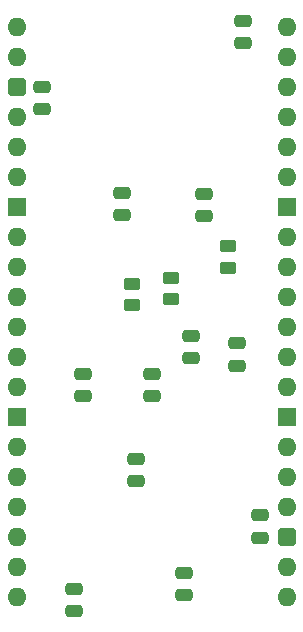
<source format=gbs>
%TF.GenerationSoftware,KiCad,Pcbnew,9.0.2*%
%TF.CreationDate,2025-06-16T14:19:02+02:00*%
%TF.ProjectId,W65C816 Minimal,57363543-3831-4362-904d-696e696d616c,V0*%
%TF.SameCoordinates,Original*%
%TF.FileFunction,Soldermask,Bot*%
%TF.FilePolarity,Negative*%
%FSLAX46Y46*%
G04 Gerber Fmt 4.6, Leading zero omitted, Abs format (unit mm)*
G04 Created by KiCad (PCBNEW 9.0.2) date 2025-06-16 14:19:02*
%MOMM*%
%LPD*%
G01*
G04 APERTURE LIST*
G04 Aperture macros list*
%AMRoundRect*
0 Rectangle with rounded corners*
0 $1 Rounding radius*
0 $2 $3 $4 $5 $6 $7 $8 $9 X,Y pos of 4 corners*
0 Add a 4 corners polygon primitive as box body*
4,1,4,$2,$3,$4,$5,$6,$7,$8,$9,$2,$3,0*
0 Add four circle primitives for the rounded corners*
1,1,$1+$1,$2,$3*
1,1,$1+$1,$4,$5*
1,1,$1+$1,$6,$7*
1,1,$1+$1,$8,$9*
0 Add four rect primitives between the rounded corners*
20,1,$1+$1,$2,$3,$4,$5,0*
20,1,$1+$1,$4,$5,$6,$7,0*
20,1,$1+$1,$6,$7,$8,$9,0*
20,1,$1+$1,$8,$9,$2,$3,0*%
G04 Aperture macros list end*
%ADD10O,1.600000X1.600000*%
%ADD11R,1.600000X1.600000*%
%ADD12RoundRect,0.400000X-0.400000X-0.400000X0.400000X-0.400000X0.400000X0.400000X-0.400000X0.400000X0*%
%ADD13RoundRect,0.250000X0.475000X-0.250000X0.475000X0.250000X-0.475000X0.250000X-0.475000X-0.250000X0*%
%ADD14RoundRect,0.250000X-0.475000X0.250000X-0.475000X-0.250000X0.475000X-0.250000X0.475000X0.250000X0*%
%ADD15RoundRect,0.250000X0.450000X-0.262500X0.450000X0.262500X-0.450000X0.262500X-0.450000X-0.262500X0*%
G04 APERTURE END LIST*
D10*
%TO.C,J3*%
X22860000Y0D03*
X22860000Y-2540000D03*
X22860000Y-5080000D03*
X22860000Y-7620000D03*
X22860000Y-10160000D03*
X22860000Y-12700000D03*
D11*
X22860000Y-15240000D03*
D10*
X22860000Y-17780000D03*
X22860000Y-20320000D03*
X22860000Y-22860000D03*
X22860000Y-25400000D03*
X22860000Y-27940000D03*
X22860000Y-30480000D03*
D11*
X22860000Y-33020000D03*
D10*
X22860000Y-35560000D03*
X22860000Y-38100000D03*
X22860000Y-40640000D03*
D12*
X22860000Y-43180000D03*
D10*
X22860000Y-45720000D03*
X22860000Y-48260000D03*
X0Y-48260000D03*
X0Y-45720000D03*
X0Y-43180000D03*
X0Y-40640000D03*
X0Y-38100000D03*
X0Y-35560000D03*
D11*
X0Y-33020000D03*
D10*
X0Y-30480000D03*
X0Y-27940000D03*
X0Y-25400000D03*
X0Y-22860000D03*
X0Y-20320000D03*
X0Y-17780000D03*
D11*
X0Y-15240000D03*
D10*
X0Y-12700000D03*
X0Y-10160000D03*
X0Y-7620000D03*
D12*
X0Y-5080000D03*
D10*
X0Y-2540000D03*
X0Y0D03*
%TD*%
D13*
%TO.C,C3*%
X11430000Y-29305000D03*
X11430000Y-31205000D03*
%TD*%
D14*
%TO.C,C18*%
X14153000Y-48072000D03*
X14153000Y-46172000D03*
%TD*%
D13*
%TO.C,C4*%
X8890000Y-14020000D03*
X8890000Y-15920000D03*
%TD*%
%TO.C,C20*%
X20574000Y-41325000D03*
X20574000Y-43225000D03*
%TD*%
D14*
%TO.C,C2*%
X15875000Y-15997000D03*
X15875000Y-14097000D03*
%TD*%
%TO.C,C19*%
X4846000Y-49414000D03*
X4846000Y-47514000D03*
%TD*%
%TO.C,C17*%
X10143000Y-38435000D03*
X10143000Y-36535000D03*
%TD*%
%TO.C,C5*%
X14732000Y-28017000D03*
X14732000Y-26117000D03*
%TD*%
%TO.C,C6*%
X18669000Y-28652000D03*
X18669000Y-26752000D03*
%TD*%
D13*
%TO.C,C1*%
X5588000Y-29305000D03*
X5588000Y-31205000D03*
%TD*%
D14*
%TO.C,C21*%
X2159000Y-6935000D03*
X2159000Y-5035000D03*
%TD*%
%TO.C,C14*%
X19177000Y-1347000D03*
X19177000Y553000D03*
%TD*%
D15*
%TO.C,R1*%
X17917000Y-18518500D03*
X17917000Y-20343500D03*
%TD*%
%TO.C,R4*%
X9789000Y-21693500D03*
X9789000Y-23518500D03*
%TD*%
%TO.C,R3*%
X13091000Y-21185500D03*
X13091000Y-23010500D03*
%TD*%
M02*

</source>
